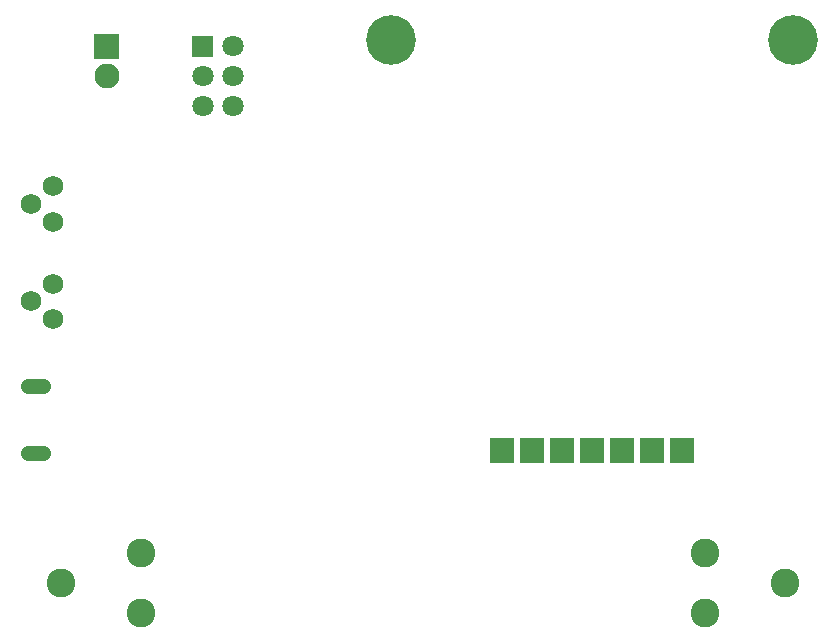
<source format=gbs>
G04 Layer: BottomSolderMaskLayer*
G04 EasyEDA v6.3.41, 2020-05-05T11:48:15+01:00*
G04 2ec71008dff244c88071119ef016d080,e9fa969840cb4916a94017553220f78b,10*
G04 Gerber Generator version 0.2*
G04 Scale: 100 percent, Rotated: No, Reflected: No *
G04 Dimensions in millimeters *
G04 leading zeros omitted , absolute positions ,3 integer and 3 decimal *
%FSLAX33Y33*%
%MOMM*%
G90*
G71D02*

%ADD45C,1.303198*%
%ADD49C,1.727200*%
%ADD61C,4.203192*%
%ADD62C,2.430780*%
%ADD65C,1.803197*%
%ADD68C,2.103196*%

%LPD*%
G54D45*
G01X2098Y20036D02*
G01X798Y20036D01*
G01X2098Y25686D02*
G01X798Y25686D01*
G54D49*
G01X2981Y42647D03*
G01X2981Y39647D03*
G01X1082Y41148D03*
G01X2981Y34392D03*
G01X2981Y31392D03*
G01X1082Y32893D03*
G36*
G01X47523Y19182D02*
G01X47523Y21285D01*
G01X49626Y21285D01*
G01X49626Y19182D01*
G01X47523Y19182D01*
G37*
G36*
G01X44983Y19182D02*
G01X44983Y21285D01*
G01X47086Y21285D01*
G01X47086Y19182D01*
G01X44983Y19182D01*
G37*
G36*
G01X42443Y19182D02*
G01X42443Y21285D01*
G01X44546Y21285D01*
G01X44546Y19182D01*
G01X42443Y19182D01*
G37*
G36*
G01X39903Y19182D02*
G01X39903Y21285D01*
G01X42006Y21285D01*
G01X42006Y19182D01*
G01X39903Y19182D01*
G37*
G36*
G01X50063Y19182D02*
G01X50063Y21285D01*
G01X52166Y21285D01*
G01X52166Y19182D01*
G01X50063Y19182D01*
G37*
G36*
G01X52603Y19182D02*
G01X52603Y21285D01*
G01X54706Y21285D01*
G01X54706Y19182D01*
G01X52603Y19182D01*
G37*
G36*
G01X55145Y19182D02*
G01X55145Y21285D01*
G01X57249Y21285D01*
G01X57249Y19182D01*
G01X55145Y19182D01*
G37*
G54D61*
G01X31574Y55033D03*
G01X65574Y55033D03*
G54D62*
G01X10414Y6477D03*
G01X3657Y9017D03*
G01X10414Y11557D03*
G01X58166Y11557D03*
G01X64922Y9017D03*
G01X58166Y6477D03*
G54D65*
G01X18161Y49403D03*
G01X15621Y49403D03*
G01X18161Y51943D03*
G01X15621Y51943D03*
G01X18161Y54483D03*
G36*
G01X14719Y53581D02*
G01X14719Y55384D01*
G01X16522Y55384D01*
G01X16522Y53581D01*
G01X14719Y53581D01*
G37*
G36*
G01X6441Y53431D02*
G01X6441Y55534D01*
G01X8544Y55534D01*
G01X8544Y53431D01*
G01X6441Y53431D01*
G37*
G54D68*
G01X7493Y51943D03*
M00*
M02*

</source>
